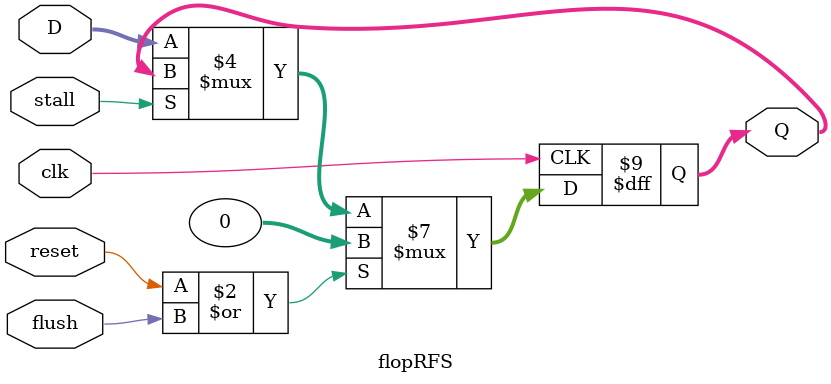
<source format=sv>

module flopR #(
    WIDTH = 32
) (
    input   logic               clk,
    input   logic               reset,
    input   logic[WIDTH-1:0]    D,

    output  logic[WIDTH-1:0]    Q
);

    always_ff @( posedge clk ) begin 
        if (reset)  Q <= 0;
        else        Q <= D;
    end
    
endmodule

module flopRE #(
    WIDTH = 32
) (
    input   logic               clk,
    input   logic               reset,
    input   logic               en,
    input   logic[WIDTH-1:0]    D,

    output  logic[WIDTH-1:0]    Q
);

    always_ff @( posedge clk ) begin 
        if (reset)      Q <= 0;
        else if (en)    Q <= D;
    end

endmodule

module flopRS #(
    WIDTH = 32
) (
    input   logic               clk,
    input   logic               reset,
    input   logic               stall,
    input   logic[WIDTH-1:0]    D,

    output  logic[WIDTH-1:0]    Q
);

    always_ff @( posedge clk ) begin 
        if (reset)      Q <= 0;
        else if (~stall)    Q <= D;
    end

endmodule

module flopRF #(
    WIDTH = 32
) (
    input   logic               clk,
    input   logic               reset,
    input   logic               flush,
    input   logic[WIDTH-1:0]    D,

    output  logic[WIDTH-1:0]    Q
);

    always_ff @( posedge clk ) begin 
        if (reset | flush)  Q <= 0;
        else                Q <= D;
    end

endmodule

module flopRFS #(
    WIDTH = 32
) (
    input   logic               clk,
    input   logic               reset,
    input   logic               stall,
    input   logic               flush,
    input   logic[WIDTH-1:0]    D,

    output  logic[WIDTH-1:0]    Q
);

    always_ff @( posedge clk ) begin 
        if (reset | flush)  Q <= 0;
        else if (~stall)    Q <= D;
    end

endmodule
</source>
